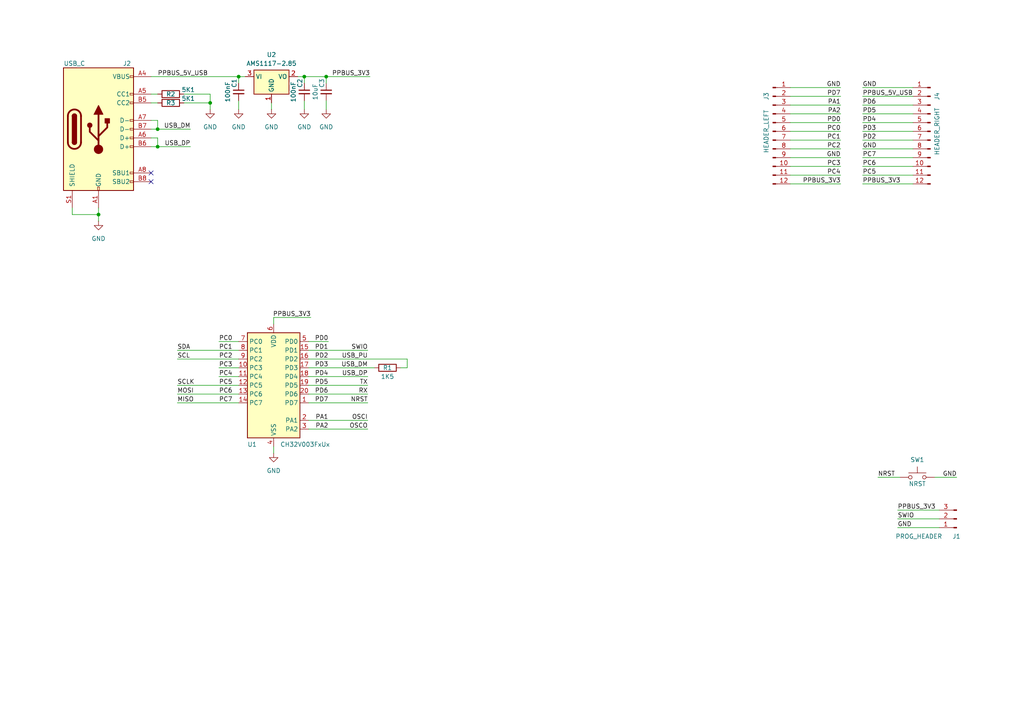
<source format=kicad_sch>
(kicad_sch (version 20231120) (generator "eeschema") (generator_version "8.0")
  (paper "A4")
  (lib_symbols
    (symbol "Connector:Conn_01x03_Pin" (pin_names (offset 1.016) hide)
      (property "Reference" "J" (at 0 5.08 0))
      (property "Value" "Conn_01x03_Pin" (at 0 -5.08 0))
      (symbol "Conn_01x03_Pin_1_1"
        (polyline (pts (xy 1.27 -2.54) (xy 0.8636 -2.54)) (stroke (width 0.1524)))
        (polyline (pts (xy 1.27 0) (xy 0.8636 0)) (stroke (width 0.1524)))
        (polyline (pts (xy 1.27 2.54) (xy 0.8636 2.54)) (stroke (width 0.1524)))
        (rectangle (start 0.8636 -2.413) (end 0 -2.667) (stroke (width 0.1524)) (fill (type outline)))
        (rectangle (start 0.8636 0.127) (end 0 -0.127) (stroke (width 0.1524)) (fill (type outline)))
        (rectangle (start 0.8636 2.667) (end 0 2.413) (stroke (width 0.1524)) (fill (type outline)))
        (pin passive line (at 5.08 2.54 180) (length 3.81) (name "Pin_1") (number "1"))
        (pin passive line (at 5.08 0 180) (length 3.81) (name "Pin_2") (number "2"))
        (pin passive line (at 5.08 -2.54 180) (length 3.81) (name "Pin_3") (number "3"))
      )
    )
    (symbol "Connector:Conn_01x12_Pin" (pin_names (offset 1.016) hide)
      (property "Reference" "J" (at 0 15.24 0))
      (property "Value" "Conn_01x12_Pin" (at 0 -17.78 0))
      (symbol "Conn_01x12_Pin_1_1"
        (polyline (pts (xy 1.27 -15.24) (xy 0.8636 -15.24)) (stroke (width 0.1524)))
        (polyline (pts (xy 1.27 -12.7) (xy 0.8636 -12.7)) (stroke (width 0.1524)))
        (polyline (pts (xy 1.27 -10.16) (xy 0.8636 -10.16)) (stroke (width 0.1524)))
        (polyline (pts (xy 1.27 -7.62) (xy 0.8636 -7.62)) (stroke (width 0.1524)))
        (polyline (pts (xy 1.27 -5.08) (xy 0.8636 -5.08)) (stroke (width 0.1524)))
        (polyline (pts (xy 1.27 -2.54) (xy 0.8636 -2.54)) (stroke (width 0.1524)))
        (polyline (pts (xy 1.27 0) (xy 0.8636 0)) (stroke (width 0.1524)))
        (polyline (pts (xy 1.27 2.54) (xy 0.8636 2.54)) (stroke (width 0.1524)))
        (polyline (pts (xy 1.27 5.08) (xy 0.8636 5.08)) (stroke (width 0.1524)))
        (polyline (pts (xy 1.27 7.62) (xy 0.8636 7.62)) (stroke (width 0.1524)))
        (polyline (pts (xy 1.27 10.16) (xy 0.8636 10.16)) (stroke (width 0.1524)))
        (polyline (pts (xy 1.27 12.7) (xy 0.8636 12.7)) (stroke (width 0.1524)))
        (rectangle (start 0.8636 -15.113) (end 0 -15.367) (stroke (width 0.1524)) (fill (type outline)))
        (rectangle (start 0.8636 -12.573) (end 0 -12.827) (stroke (width 0.1524)) (fill (type outline)))
        (rectangle (start 0.8636 -10.033) (end 0 -10.287) (stroke (width 0.1524)) (fill (type outline)))
        (rectangle (start 0.8636 -7.493) (end 0 -7.747) (stroke (width 0.1524)) (fill (type outline)))
        (rectangle (start 0.8636 -4.953) (end 0 -5.207) (stroke (width 0.1524)) (fill (type outline)))
        (rectangle (start 0.8636 -2.413) (end 0 -2.667) (stroke (width 0.1524)) (fill (type outline)))
        (rectangle (start 0.8636 0.127) (end 0 -0.127) (stroke (width 0.1524)) (fill (type outline)))
        (rectangle (start 0.8636 2.667) (end 0 2.413) (stroke (width 0.1524)) (fill (type outline)))
        (rectangle (start 0.8636 5.207) (end 0 4.953) (stroke (width 0.1524)) (fill (type outline)))
        (rectangle (start 0.8636 7.747) (end 0 7.493) (stroke (width 0.1524)) (fill (type outline)))
        (rectangle (start 0.8636 10.287) (end 0 10.033) (stroke (width 0.1524)) (fill (type outline)))
        (rectangle (start 0.8636 12.827) (end 0 12.573) (stroke (width 0.1524)) (fill (type outline)))
        (pin passive line (at 5.08 12.7 180) (length 3.81) (name "Pin_1") (number "1"))
        (pin passive line (at 5.08 -10.16 180) (length 3.81) (name "Pin_10") (number "10"))
        (pin passive line (at 5.08 -12.7 180) (length 3.81) (name "Pin_11") (number "11"))
        (pin passive line (at 5.08 -15.24 180) (length 3.81) (name "Pin_12") (number "12"))
        (pin passive line (at 5.08 10.16 180) (length 3.81) (name "Pin_2") (number "2"))
        (pin passive line (at 5.08 7.62 180) (length 3.81) (name "Pin_3") (number "3"))
        (pin passive line (at 5.08 5.08 180) (length 3.81) (name "Pin_4") (number "4"))
        (pin passive line (at 5.08 2.54 180) (length 3.81) (name "Pin_5") (number "5"))
        (pin passive line (at 5.08 0 180) (length 3.81) (name "Pin_6") (number "6"))
        (pin passive line (at 5.08 -2.54 180) (length 3.81) (name "Pin_7") (number "7"))
        (pin passive line (at 5.08 -5.08 180) (length 3.81) (name "Pin_8") (number "8"))
        (pin passive line (at 5.08 -7.62 180) (length 3.81) (name "Pin_9") (number "9"))
      )
    )
    (symbol "Connector:USB_C_Receptacle_USB2.0_16P" (pin_names (offset 1.016))
      (property "Reference" "J" (at 0 22.225 0))
      (property "Value" "USB_C_Receptacle_USB2.0_16P" (at 0 19.685 0))
      (symbol "USB_C_Receptacle_USB2.0_16P_0_0"
        (rectangle (start -0.254 -17.78) (end 0.254 -16.764))
        (rectangle (start 10.16 -14.986) (end 9.144 -15.494))
        (rectangle (start 10.16 -12.446) (end 9.144 -12.954))
        (rectangle (start 10.16 -4.826) (end 9.144 -5.334))
        (rectangle (start 10.16 -2.286) (end 9.144 -2.794))
        (rectangle (start 10.16 0.254) (end 9.144 -0.254))
        (rectangle (start 10.16 2.794) (end 9.144 2.286))
        (rectangle (start 10.16 7.874) (end 9.144 7.366))
        (rectangle (start 10.16 10.414) (end 9.144 9.906))
        (rectangle (start 10.16 15.494) (end 9.144 14.986))
      )
      (symbol "USB_C_Receptacle_USB2.0_16P_0_1"
        (rectangle (start -10.16 17.78) (end 10.16 -17.78) (stroke (width 0.254)) (fill (type background)))
        (arc (start -8.89 -3.81) (mid -6.985 -5.7067) (end -5.08 -3.81) (stroke (width 0.508)))
        (arc (start -7.62 -3.81) (mid -6.985 -4.4423) (end -6.35 -3.81) (stroke (width 0.254)))
        (arc (start -7.62 -3.81) (mid -6.985 -4.4423) (end -6.35 -3.81) (stroke (width 0.254)) (fill (type outline)))
        (rectangle (start -7.62 -3.81) (end -6.35 3.81) (stroke (width 0.254)) (fill (type outline)))
        (arc (start -6.35 3.81) (mid -6.985 4.4423) (end -7.62 3.81) (stroke (width 0.254)))
        (arc (start -6.35 3.81) (mid -6.985 4.4423) (end -7.62 3.81) (stroke (width 0.254)) (fill (type outline)))
        (arc (start -5.08 3.81) (mid -6.985 5.7067) (end -8.89 3.81) (stroke (width 0.508)))
        (circle (center -2.54 1.143) (radius 0.635) (stroke (width 0.254)) (fill (type outline)))
        (circle (center 0 -5.842) (radius 1.27) (fill (type outline)))
        (polyline (pts (xy -8.89 -3.81) (xy -8.89 3.81)) (stroke (width 0.508)))
        (polyline (pts (xy -5.08 3.81) (xy -5.08 -3.81)) (stroke (width 0.508)))
        (polyline (pts (xy 0 -5.842) (xy 0 4.318)) (stroke (width 0.508)))
        (polyline (pts (xy 0 -3.302) (xy -2.54 -0.762) (xy -2.54 0.508)) (stroke (width 0.508)))
        (polyline (pts (xy 0 -2.032) (xy 2.54 0.508) (xy 2.54 1.778)) (stroke (width 0.508)))
        (polyline (pts (xy -1.27 4.318) (xy 0 6.858) (xy 1.27 4.318) (xy -1.27 4.318)) (stroke (width 0.254)) (fill (type outline)))
        (rectangle (start 1.905 1.778) (end 3.175 3.048) (stroke (width 0.254)) (fill (type outline)))
      )
      (symbol "USB_C_Receptacle_USB2.0_16P_1_1"
        (pin passive line (at 0 -22.86 90) (length 5.08) (name "GND") (number "A1"))
        (pin passive line (at 0 -22.86 90) (length 5.08) hide (name "GND") (number "A12"))
        (pin passive line (at 15.24 15.24 180) (length 5.08) (name "VBUS") (number "A4"))
        (pin bidirectional line (at 15.24 10.16 180) (length 5.08) (name "CC1") (number "A5"))
        (pin bidirectional line (at 15.24 -2.54 180) (length 5.08) (name "D+") (number "A6"))
        (pin bidirectional line (at 15.24 2.54 180) (length 5.08) (name "D-") (number "A7"))
        (pin bidirectional line (at 15.24 -12.7 180) (length 5.08) (name "SBU1") (number "A8"))
        (pin passive line (at 15.24 15.24 180) (length 5.08) hide (name "VBUS") (number "A9"))
        (pin passive line (at 0 -22.86 90) (length 5.08) hide (name "GND") (number "B1"))
        (pin passive line (at 0 -22.86 90) (length 5.08) hide (name "GND") (number "B12"))
        (pin passive line (at 15.24 15.24 180) (length 5.08) hide (name "VBUS") (number "B4"))
        (pin bidirectional line (at 15.24 7.62 180) (length 5.08) (name "CC2") (number "B5"))
        (pin bidirectional line (at 15.24 -5.08 180) (length 5.08) (name "D+") (number "B6"))
        (pin bidirectional line (at 15.24 0 180) (length 5.08) (name "D-") (number "B7"))
        (pin bidirectional line (at 15.24 -15.24 180) (length 5.08) (name "SBU2") (number "B8"))
        (pin passive line (at 15.24 15.24 180) (length 5.08) hide (name "VBUS") (number "B9"))
        (pin passive line (at -7.62 -22.86 90) (length 5.08) (name "SHIELD") (number "S1"))
      )
    )
    (symbol "Device:C_Small" (pin_numbers hide) (pin_names (offset 0.254) hide)
      (property "Reference" "C" (at 0.254 1.778 0))
      (property "Value" "C_Small" (at 0.254 -2.032 0))
      (symbol "C_Small_0_1"
        (polyline (pts (xy -1.524 -0.508) (xy 1.524 -0.508)) (stroke (width 0.3302)))
        (polyline (pts (xy -1.524 0.508) (xy 1.524 0.508)) (stroke (width 0.3048)))
      )
      (symbol "C_Small_1_1"
        (pin passive line (at 0 2.54 270) (length 2.032) (name "~") (number "1"))
        (pin passive line (at 0 -2.54 90) (length 2.032) (name "~") (number "2"))
      )
    )
    (symbol "Device:R" (pin_numbers hide) (pin_names (offset 0))
      (property "Reference" "R" (at 2.032 0 90))
      (property "Value" "R" (at 0 0 90))
      (symbol "R_0_1"
        (rectangle (start -1.016 -2.54) (end 1.016 2.54) (stroke (width 0.254)))
      )
      (symbol "R_1_1"
        (pin passive line (at 0 3.81 270) (length 1.27) (name "~") (number "1"))
        (pin passive line (at 0 -3.81 90) (length 1.27) (name "~") (number "2"))
      )
    )
    (symbol "MCU_WCH_CH32V0:CH32V003FxUx"
      (property "Reference" "U" (at -7.62 17.78 0))
      (property "Value" "CH32V003FxUx" (at 7.62 17.78 0))
      (symbol "CH32V003FxUx_1_1"
        (rectangle (start -7.62 15.24) (end 7.62 -15.24) (stroke (width 0.254)) (fill (type background)))
        (pin bidirectional line (at 10.16 -5.08 180) (length 2.54) (name "PD7") (number "1"))
        (pin bidirectional line (at -10.16 5.08 0) (length 2.54) (name "PC3") (number "10"))
        (pin bidirectional line (at -10.16 2.54 0) (length 2.54) (name "PC4") (number "11"))
        (pin bidirectional line (at -10.16 0 0) (length 2.54) (name "PC5") (number "12"))
        (pin bidirectional line (at -10.16 -2.54 0) (length 2.54) (name "PC6") (number "13"))
        (pin bidirectional line (at -10.16 -5.08 0) (length 2.54) (name "PC7") (number "14"))
        (pin bidirectional line (at 10.16 10.16 180) (length 2.54) (name "PD1") (number "15"))
        (pin bidirectional line (at 10.16 7.62 180) (length 2.54) (name "PD2") (number "16"))
        (pin bidirectional line (at 10.16 5.08 180) (length 2.54) (name "PD3") (number "17"))
        (pin bidirectional line (at 10.16 2.54 180) (length 2.54) (name "PD4") (number "18"))
        (pin bidirectional line (at 10.16 0 180) (length 2.54) (name "PD5") (number "19"))
        (pin bidirectional line (at 10.16 -10.16 180) (length 2.54) (name "PA1") (number "2"))
        (pin bidirectional line (at 10.16 -2.54 180) (length 2.54) (name "PD6") (number "20"))
        (pin passive line (at 0 -17.78 90) (length 2.54) hide (name "VSS") (number "21"))
        (pin bidirectional line (at 10.16 -12.7 180) (length 2.54) (name "PA2") (number "3"))
        (pin power_in line (at 0 -17.78 90) (length 2.54) (name "VSS") (number "4"))
        (pin bidirectional line (at 10.16 12.7 180) (length 2.54) (name "PD0") (number "5"))
        (pin power_in line (at 0 17.78 270) (length 2.54) (name "VDD") (number "6"))
        (pin bidirectional line (at -10.16 12.7 0) (length 2.54) (name "PC0") (number "7"))
        (pin bidirectional line (at -10.16 10.16 0) (length 2.54) (name "PC1") (number "8"))
        (pin bidirectional line (at -10.16 7.62 0) (length 2.54) (name "PC2") (number "9"))
      )
    )
    (symbol "Regulator_Linear:AMS1117-2.85"
      (property "Reference" "U" (at -3.81 3.175 0))
      (property "Value" "AMS1117-2.85" (at 0 3.175 0))
      (symbol "AMS1117-2.85_0_1"
        (rectangle (start -5.08 -5.08) (end 5.08 1.905) (stroke (width 0.254)) (fill (type background)))
      )
      (symbol "AMS1117-2.85_1_1"
        (pin power_in line (at 0 -7.62 90) (length 2.54) (name "GND") (number "1"))
        (pin power_out line (at 7.62 0 180) (length 2.54) (name "VO") (number "2"))
        (pin power_in line (at -7.62 0 0) (length 2.54) (name "VI") (number "3"))
      )
    )
    (symbol "Switch:SW_Push" (pin_numbers hide) (pin_names (offset 1.016) hide)
      (property "Reference" "SW" (at 1.27 2.54 0))
      (property "Value" "SW_Push" (at 0 -1.524 0))
      (symbol "SW_Push_0_1"
        (circle (center -2.032 0) (radius 0.508))
        (polyline (pts (xy 0 1.27) (xy 0 3.048)))
        (polyline (pts (xy 2.54 1.27) (xy -2.54 1.27)))
        (circle (center 2.032 0) (radius 0.508))
        (pin passive line (at -5.08 0 0) (length 2.54) (name "1") (number "1"))
        (pin passive line (at 5.08 0 180) (length 2.54) (name "2") (number "2"))
      )
    )
    (symbol "power:GND" (power) (pin_numbers hide) (pin_names (offset 0) hide)
      (property "Value" "GND" (at 0 -3.81 0))
      (symbol "GND_0_1"
        (polyline (pts (xy 0 0) (xy 0 -1.27) (xy 1.27 -1.27) (xy 0 -2.54) (xy -1.27 -1.27) (xy 0 -1.27)))
      )
      (symbol "GND_1_1"
        (pin power_in line (at 0 0 270) (length 0) (name "~") (number "1"))
      )
    )
  )
  (junction (at 45.72 42.545))
  (junction (at 45.72 37.465))
  (junction (at 69.215 22.225))
  (junction (at 60.96 29.845))
  (junction (at 94.615 22.225))
  (junction (at 88.265 22.225))
  (junction (at 28.575 62.23))
  (no_connect (at 43.815 50.165))
  (no_connect (at 43.815 52.705))
  (wire (pts (xy 229.235 27.94) (xy 243.84 27.94)))
  (wire (pts (xy 229.235 25.4) (xy 243.84 25.4)))
  (wire (pts (xy 89.535 104.14) (xy 118.11 104.14)))
  (wire (pts (xy 250.19 45.72) (xy 264.795 45.72)))
  (wire (pts (xy 229.235 53.34) (xy 243.84 53.34)))
  (wire (pts (xy 51.435 114.3) (xy 69.215 114.3)))
  (wire (pts (xy 229.235 35.56) (xy 243.84 35.56)))
  (wire (pts (xy 20.955 60.325) (xy 20.955 62.23)))
  (wire (pts (xy 43.815 37.465) (xy 45.72 37.465)))
  (wire (pts (xy 229.235 40.64) (xy 243.84 40.64)))
  (wire (pts (xy 79.375 92.075) (xy 79.375 93.98)))
  (wire (pts (xy 89.535 124.46) (xy 106.68 124.46)))
  (wire (pts (xy 94.615 22.225) (xy 94.615 24.13)))
  (wire (pts (xy 250.19 53.34) (xy 264.795 53.34)))
  (wire (pts (xy 90.17 92.075) (xy 79.375 92.075)))
  (wire (pts (xy 89.535 111.76) (xy 106.68 111.76)))
  (wire (pts (xy 60.96 29.845) (xy 60.96 31.75)))
  (wire (pts (xy 89.535 121.92) (xy 106.68 121.92)))
  (wire (pts (xy 250.19 33.02) (xy 264.795 33.02)))
  (wire (pts (xy 94.615 29.21) (xy 94.615 31.75)))
  (wire (pts (xy 89.535 106.68) (xy 108.585 106.68)))
  (wire (pts (xy 250.19 27.94) (xy 264.795 27.94)))
  (wire (pts (xy 250.19 50.8) (xy 264.795 50.8)))
  (wire (pts (xy 78.74 29.845) (xy 78.74 31.75)))
  (wire (pts (xy 250.19 48.26) (xy 264.795 48.26)))
  (wire (pts (xy 260.35 147.955) (xy 272.415 147.955)))
  (wire (pts (xy 45.72 37.465) (xy 55.245 37.465)))
  (wire (pts (xy 250.19 35.56) (xy 264.795 35.56)))
  (wire (pts (xy 118.11 106.68) (xy 116.205 106.68)))
  (wire (pts (xy 229.235 50.8) (xy 243.84 50.8)))
  (wire (pts (xy 254.635 138.43) (xy 260.985 138.43)))
  (wire (pts (xy 69.215 22.225) (xy 69.215 24.13)))
  (wire (pts (xy 260.35 150.495) (xy 272.415 150.495)))
  (wire (pts (xy 94.615 22.225) (xy 107.315 22.225)))
  (wire (pts (xy 250.19 40.64) (xy 264.795 40.64)))
  (wire (pts (xy 69.215 99.06) (xy 63.5 99.06)))
  (wire (pts (xy 43.815 22.225) (xy 69.215 22.225)))
  (wire (pts (xy 89.535 99.06) (xy 95.25 99.06)))
  (wire (pts (xy 51.435 101.6) (xy 69.215 101.6)))
  (wire (pts (xy 63.5 106.68) (xy 69.215 106.68)))
  (wire (pts (xy 45.72 42.545) (xy 43.815 42.545)))
  (wire (pts (xy 89.535 101.6) (xy 106.68 101.6)))
  (wire (pts (xy 229.235 33.02) (xy 243.84 33.02)))
  (wire (pts (xy 28.575 62.23) (xy 28.575 64.135)))
  (wire (pts (xy 53.34 29.845) (xy 60.96 29.845)))
  (wire (pts (xy 63.5 109.22) (xy 69.215 109.22)))
  (wire (pts (xy 45.72 37.465) (xy 45.72 34.925)))
  (wire (pts (xy 89.535 114.3) (xy 106.68 114.3)))
  (wire (pts (xy 51.435 104.14) (xy 69.215 104.14)))
  (wire (pts (xy 250.19 43.18) (xy 264.795 43.18)))
  (wire (pts (xy 272.415 153.035) (xy 260.35 153.035)))
  (wire (pts (xy 229.235 30.48) (xy 243.84 30.48)))
  (wire (pts (xy 229.235 45.72) (xy 243.84 45.72)))
  (wire (pts (xy 69.215 29.21) (xy 69.215 31.75)))
  (wire (pts (xy 229.235 43.18) (xy 243.84 43.18)))
  (wire (pts (xy 88.265 22.225) (xy 94.615 22.225)))
  (wire (pts (xy 118.11 106.68) (xy 118.11 104.14)))
  (wire (pts (xy 60.96 27.305) (xy 60.96 29.845)))
  (wire (pts (xy 79.375 129.54) (xy 79.375 131.445)))
  (wire (pts (xy 51.435 116.84) (xy 69.215 116.84)))
  (wire (pts (xy 229.235 38.1) (xy 243.84 38.1)))
  (wire (pts (xy 45.72 42.545) (xy 55.245 42.545)))
  (wire (pts (xy 89.535 116.84) (xy 106.68 116.84)))
  (wire (pts (xy 28.575 60.325) (xy 28.575 62.23)))
  (wire (pts (xy 86.36 22.225) (xy 88.265 22.225)))
  (wire (pts (xy 88.265 29.21) (xy 88.265 31.75)))
  (wire (pts (xy 20.955 62.23) (xy 28.575 62.23)))
  (wire (pts (xy 250.19 25.4) (xy 264.795 25.4)))
  (wire (pts (xy 229.235 48.26) (xy 243.84 48.26)))
  (wire (pts (xy 43.815 27.305) (xy 45.72 27.305)))
  (wire (pts (xy 89.535 109.22) (xy 106.68 109.22)))
  (wire (pts (xy 88.265 22.225) (xy 88.265 24.13)))
  (wire (pts (xy 71.12 22.225) (xy 69.215 22.225)))
  (wire (pts (xy 43.815 29.845) (xy 45.72 29.845)))
  (wire (pts (xy 43.815 40.005) (xy 45.72 40.005)))
  (wire (pts (xy 53.34 27.305) (xy 60.96 27.305)))
  (wire (pts (xy 45.72 34.925) (xy 43.815 34.925)))
  (wire (pts (xy 51.435 111.76) (xy 69.215 111.76)))
  (wire (pts (xy 45.72 40.005) (xy 45.72 42.545)))
  (wire (pts (xy 250.19 38.1) (xy 264.795 38.1)))
  (wire (pts (xy 271.145 138.43) (xy 277.495 138.43)))
  (wire (pts (xy 250.19 30.48) (xy 264.795 30.48)))
  (label "PD7" (at 243.84 27.94 180))
  (label "PA1" (at 243.84 30.48 180))
  (label "PC2" (at 243.84 43.18 180))
  (label "NRST" (at 254.635 138.43 0))
  (label "PC7" (at 63.5 116.84 0))
  (label "PD5" (at 95.25 111.76 180))
  (label "PD4" (at 250.19 35.56 0))
  (label "PD5" (at 250.19 33.02 0))
  (label "SCLK" (at 51.435 111.76 0))
  (label "MISO" (at 51.435 116.84 0))
  (label "PD6" (at 95.25 114.3 180))
  (label "PA2" (at 243.84 33.02 180))
  (label "GND" (at 243.84 25.4 180))
  (label "SWIO" (at 260.35 150.495 0))
  (label "PPBUS_5V_USB" (at 250.19 27.94 0))
  (label "PA1" (at 95.25 121.92 180))
  (label "PC4" (at 63.5 109.22 0))
  (label "PC0" (at 243.84 38.1 180))
  (label "PC3" (at 243.84 48.26 180))
  (label "SWIO" (at 106.68 101.6 180))
  (label "PD3" (at 95.25 106.68 180))
  (label "PD2" (at 250.19 40.64 0))
  (label "PPBUS_3V3" (at 90.17 92.075 180))
  (label "GND" (at 277.495 138.43 180))
  (label "PD6" (at 250.19 30.48 0))
  (label "PC4" (at 243.84 50.8 180))
  (label "PC6" (at 63.5 114.3 0))
  (label "USB_PU" (at 106.68 104.14 180))
  (label "PC3" (at 63.5 106.68 0))
  (label "PD4" (at 95.25 109.22 180))
  (label "PD0" (at 243.84 35.56 180))
  (label "GND" (at 250.19 25.4 0))
  (label "PC5" (at 250.19 50.8 0))
  (label "PD1" (at 95.25 101.6 180))
  (label "SCL" (at 51.435 104.14 0))
  (label "GND" (at 250.19 43.18 0))
  (label "USB_DM" (at 55.245 37.465 180))
  (label "PC1" (at 63.5 101.6 0))
  (label "GND" (at 243.84 45.72 180))
  (label "PPBUS_3V3" (at 107.315 22.225 180))
  (label "PPBUS_3V3" (at 243.84 53.34 180))
  (label "PC6" (at 250.19 48.26 0))
  (label "PC7" (at 250.19 45.72 0))
  (label "PC0" (at 63.5 99.06 0))
  (label "PA2" (at 95.25 124.46 180))
  (label "OSCI" (at 106.68 121.92 180))
  (label "OSCO" (at 106.68 124.46 180))
  (label "TX" (at 106.68 111.76 180))
  (label "PC2" (at 63.5 104.14 0))
  (label "PD3" (at 250.19 38.1 0))
  (label "SDA" (at 51.435 101.6 0))
  (label "PPBUS_5V_USB" (at 45.72 22.225 0))
  (label "MOSI" (at 51.435 114.3 0))
  (label "PD2" (at 95.25 104.14 180))
  (label "PC1" (at 243.84 40.64 180))
  (label "USB_DP" (at 55.245 42.545 180))
  (label "PC5" (at 63.5 111.76 0))
  (label "USB_DP" (at 106.68 109.22 180))
  (label "PD0" (at 95.25 99.06 180))
  (label "USB_DM" (at 106.68 106.68 180))
  (label "PD7" (at 95.25 116.84 180))
  (label "PPBUS_3V3" (at 260.35 147.955 0))
  (label "PPBUS_3V3" (at 250.19 53.34 0))
  (label "NRST" (at 106.68 116.84 180))
  (label "RX" (at 106.68 114.3 180))
  (label "GND" (at 260.35 153.035 0))
  (symbol (lib_id "Connector:Conn_01x03_Pin") (at 277.495 150.495 180) (unit 1)
    (property "Reference" "J1" (at 276.225 155.575 0) (effects (justify right)))
    (property "Value" "PROG_HEADER" (at 259.715 155.575 0) (effects (justify right)))
    (property "Footprint" "Connector_PinSocket_2.54mm:PinSocket_1x03_P2.54mm_Vertical" (effects (hide yes)))
    (property "Description" "Generic connector, single row, 01x03, script generated" (effects (hide yes)))
  )
  (symbol (lib_id "power:GND") (at 79.375 131.445 0) (unit 1)
    (property "Reference" "#PWR01" (effects (hide yes)))
    (property "Value" "GND" (at 79.375 136.525 0))
    (property "Description" "Power symbol creates a global label with name \"GND\" , ground" (effects (hide yes)))
  )
  (symbol (lib_id "Switch:SW_Push") (at 266.065 138.43 0) (unit 1)
    (property "Reference" "SW1" (at 266.065 133.35 0))
    (property "Value" "NRST" (at 266.065 140.335 0))
    (property "Footprint" "Button_Switch_SMD:SW_SPST_TL3342" (effects (hide yes)))
    (property "Description" "Push button switch, generic, two pins" (effects (hide yes)))
  )
  (symbol (lib_id "power:GND") (at 28.575 64.135 0) (unit 1)
    (property "Reference" "#PWR02" (effects (hide yes)))
    (property "Value" "GND" (at 28.575 69.215 0))
    (property "Description" "Power symbol creates a global label with name \"GND\" , ground" (effects (hide yes)))
  )
  (symbol (lib_id "Regulator_Linear:AMS1117-2.85") (at 78.74 22.225 0) (unit 1)
    (property "Reference" "U2" (at 78.74 15.875 0))
    (property "Value" "AMS1117-2.85" (at 78.74 18.415 0))
    (property "Footprint" "Package_TO_SOT_SMD:SOT-223-3_TabPin2" (effects (hide yes)))
    (property "Datasheet" "http://www.advanced-monolithic.com/pdf/ds1117.pdf" (effects (hide yes)))
    (property "Description" "1A Low Dropout regulator, positive, 2.85V fixed output, SOT-223" (effects (hide yes)))
  )
  (symbol (lib_id "Device:R") (at 49.53 29.845 90) (unit 1)
    (property "Reference" "R3" (at 49.53 29.845 90))
    (property "Value" "5K1" (at 54.61 28.575 90))
    (property "Footprint" "Resistor_SMD:R_0805_2012Metric" (effects (hide yes)))
    (property "Description" "Resistor" (effects (hide yes)))
  )
  (symbol (lib_id "Connector:Conn_01x12_Pin") (at 269.875 38.1 0) (mirror y) (unit 1)
    (property "Reference" "J4" (at 271.78 27.94 90))
    (property "Value" "HEADER_RIGHT" (at 271.78 38.1 90))
    (property "Footprint" "Connector_PinSocket_2.54mm:PinSocket_1x12_P2.54mm_Vertical" (effects (hide yes)))
    (property "Description" "Generic connector, single row, 01x12, script generated" (effects (hide yes)))
  )
  (symbol (lib_id "power:GND") (at 60.96 31.75 0) (unit 1)
    (property "Reference" "#PWR07" (effects (hide yes)))
    (property "Value" "GND" (at 60.96 36.83 0))
    (property "Description" "Power symbol creates a global label with name \"GND\" , ground" (effects (hide yes)))
  )
  (symbol (lib_id "Connector:USB_C_Receptacle_USB2.0_16P") (at 28.575 37.465 0) (unit 1)
    (property "Reference" "J2" (at 36.83 18.415 0))
    (property "Value" "USB_C" (at 21.59 18.415 0))
    (property "Footprint" "Connector_USB:USB_C_Receptacle_G-Switch_GT-USB-7010ASV" (effects (hide yes)))
    (property "Datasheet" "https://www.usb.org/sites/default/files/documents/usb_type-c.zip" (effects (hide yes)))
    (property "Description" "USB 2.0-only 16P Type-C Receptacle connector" (effects (hide yes)))
  )
  (symbol (lib_id "Device:C_Small") (at 69.215 26.67 0) (unit 1)
    (property "Reference" "C1" (at 67.945 24.13 90))
    (property "Value" "100nF" (at 66.04 26.67 90))
    (property "Footprint" "Capacitor_SMD:C_0805_2012Metric" (effects (hide yes)))
    (property "Description" "Unpolarized capacitor, small symbol" (effects (hide yes)))
  )
  (symbol (lib_id "power:GND") (at 78.74 31.75 0) (unit 1)
    (property "Reference" "#PWR04" (effects (hide yes)))
    (property "Value" "GND" (at 78.74 36.83 0))
    (property "Description" "Power symbol creates a global label with name \"GND\" , ground" (effects (hide yes)))
  )
  (symbol (lib_id "MCU_WCH_CH32V0:CH32V003FxUx") (at 79.375 111.76 0) (unit 1)
    (property "Reference" "U1" (at 71.755 128.905 0) (effects (justify left)))
    (property "Value" "CH32V003FxUx" (at 81.28 128.905 0) (effects (justify left)))
    (property "Footprint" "Package_DFN_QFN:QFN-20-1EP_3x3mm_P0.4mm_EP1.65x1.65mm" (effects (hide yes)))
    (property "Datasheet" "https://www.wch-ic.com/products/CH32V003.html" (effects (hide yes)))
    (property "Description" "CH32V003 series are industrial-grade general-purpose microcontrollers designed based on 32-bit RISC-V instruction set and architecture. It adopts QingKe V2A core, RV32EC instruction set, and supports 2 levels of interrupt nesting. The series are mounted with rich peripheral interfaces and function modules. Its internal organizational structure meets the low-cost and low-power embedded application scenarios." (effects (hide yes)))
  )
  (symbol (lib_id "Device:C_Small") (at 94.615 26.67 0) (unit 1)
    (property "Reference" "C3" (at 93.345 24.13 90))
    (property "Value" "10uF" (at 91.44 26.67 90))
    (property "Footprint" "Capacitor_SMD:C_0805_2012Metric" (effects (hide yes)))
    (property "Description" "Unpolarized capacitor, small symbol" (effects (hide yes)))
  )
  (symbol (lib_id "power:GND") (at 94.615 31.75 0) (unit 1)
    (property "Reference" "#PWR06" (effects (hide yes)))
    (property "Value" "GND" (at 94.615 36.83 0))
    (property "Description" "Power symbol creates a global label with name \"GND\" , ground" (effects (hide yes)))
  )
  (symbol (lib_id "Device:C_Small") (at 88.265 26.67 0) (unit 1)
    (property "Reference" "C2" (at 86.995 24.13 90))
    (property "Value" "100nF" (at 85.09 26.67 90))
    (property "Footprint" "Capacitor_SMD:C_0805_2012Metric" (effects (hide yes)))
    (property "Description" "Unpolarized capacitor, small symbol" (effects (hide yes)))
  )
  (symbol (lib_id "Device:R") (at 112.395 106.68 90) (unit 1)
    (property "Reference" "R1" (at 112.395 106.68 90))
    (property "Value" "1K5" (at 112.395 109.22 90))
    (property "Footprint" "Resistor_SMD:R_0805_2012Metric" (effects (hide yes)))
    (property "Description" "Resistor" (effects (hide yes)))
  )
  (symbol (lib_id "power:GND") (at 88.265 31.75 0) (unit 1)
    (property "Reference" "#PWR05" (effects (hide yes)))
    (property "Value" "GND" (at 88.265 36.83 0))
    (property "Description" "Power symbol creates a global label with name \"GND\" , ground" (effects (hide yes)))
  )
  (symbol (lib_id "Connector:Conn_01x12_Pin") (at 224.155 38.1 0) (unit 1)
    (property "Reference" "J3" (at 222.25 27.94 90))
    (property "Value" "HEADER_LEFT" (at 222.25 38.1 90))
    (property "Footprint" "Connector_PinSocket_2.54mm:PinSocket_1x12_P2.54mm_Vertical" (effects (hide yes)))
    (property "Description" "Generic connector, single row, 01x12, script generated" (effects (hide yes)))
  )
  (symbol (lib_id "Device:R") (at 49.53 27.305 90) (unit 1)
    (property "Reference" "R2" (at 49.53 27.305 90))
    (property "Value" "5K1" (at 54.61 26.035 90))
    (property "Footprint" "Resistor_SMD:R_0805_2012Metric" (effects (hide yes)))
    (property "Description" "Resistor" (effects (hide yes)))
  )
  (symbol (lib_id "power:GND") (at 69.215 31.75 0) (unit 1)
    (property "Reference" "#PWR03" (effects (hide yes)))
    (property "Value" "GND" (at 69.215 36.83 0))
    (property "Description" "Power symbol creates a global label with name \"GND\" , ground" (effects (hide yes)))
  )
)
</source>
